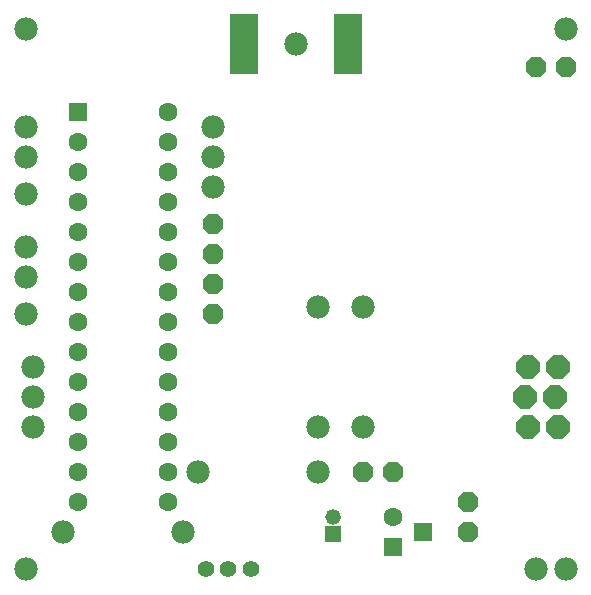
<source format=gbs>
G75*
%MOIN*%
%OFA0B0*%
%FSLAX24Y24*%
%IPPOS*%
%LPD*%
%AMOC8*
5,1,8,0,0,1.08239X$1,22.5*
%
%ADD10C,0.0555*%
%ADD11OC8,0.0780*%
%ADD12C,0.0780*%
%ADD13R,0.0630X0.0630*%
%ADD14C,0.0630*%
%ADD15R,0.0520X0.0520*%
%ADD16C,0.0520*%
%ADD17OC8,0.0670*%
%ADD18R,0.0940X0.2040*%
D10*
X007430Y001930D03*
X008180Y001930D03*
X008930Y001930D03*
D11*
X018080Y007680D03*
X018180Y006680D03*
X019180Y006680D03*
X019080Y007680D03*
X019180Y008680D03*
X018180Y008680D03*
D12*
X001430Y001930D03*
X002680Y003180D03*
X001680Y006680D03*
X001680Y007680D03*
X001680Y008680D03*
X001430Y010430D03*
X001430Y011680D03*
X001430Y012680D03*
X001430Y014430D03*
X001430Y015680D03*
X001430Y016680D03*
X001430Y019930D03*
X007680Y016680D03*
X007680Y015680D03*
X007680Y014680D03*
X011180Y010680D03*
X012680Y010680D03*
X012680Y006680D03*
X011180Y006680D03*
X011180Y005180D03*
X007180Y005180D03*
X006680Y003180D03*
X018430Y001930D03*
X019430Y001930D03*
X010430Y019430D03*
X019430Y019930D03*
D13*
X014680Y003180D03*
X013680Y002680D03*
X003180Y017180D03*
D14*
X003180Y016180D03*
X003180Y015180D03*
X003180Y014180D03*
X003180Y013180D03*
X003180Y012180D03*
X003180Y011180D03*
X003180Y010180D03*
X003180Y009180D03*
X003180Y008180D03*
X003180Y007180D03*
X003180Y006180D03*
X003180Y005180D03*
X003180Y004180D03*
X006180Y004180D03*
X006180Y005180D03*
X006180Y006180D03*
X006180Y007180D03*
X006180Y008180D03*
X006180Y009180D03*
X006180Y010180D03*
X006180Y011180D03*
X006180Y012180D03*
X006180Y013180D03*
X006180Y014180D03*
X006180Y015180D03*
X006180Y016180D03*
X006180Y017180D03*
X013680Y003680D03*
D15*
X011680Y003090D03*
D16*
X011680Y003680D03*
D17*
X012680Y005180D03*
X013680Y005180D03*
X016180Y004180D03*
X016180Y003180D03*
X007680Y010430D03*
X007680Y011430D03*
X007680Y012430D03*
X007680Y013430D03*
X018430Y018680D03*
X019430Y018680D03*
D18*
X012170Y019420D03*
X008690Y019420D03*
M02*

</source>
